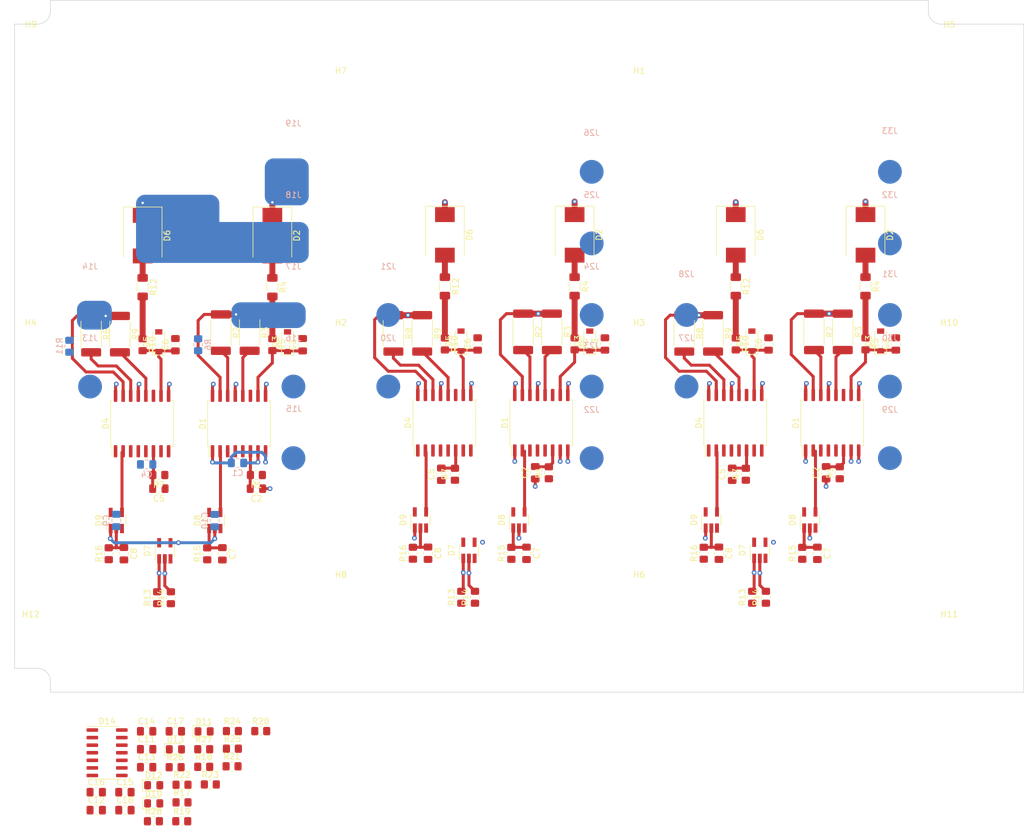
<source format=kicad_pcb>
(kicad_pcb (version 20211014) (generator pcbnew)
  (layers (0 "F.Cu" signal) (1 "In1.Cu" signal) (2 "In2.Cu" signal) (31 "B.Cu" signal) (34 "B.Paste" user) (35 "F.Paste" user) (36 "B.SilkS" user "B.Silkscreen") (37 "F.SilkS" user "F.Silkscreen") (38 "B.Mask" user) (39 "F.Mask" user) (44 "Edge.Cuts" user))
  (net 0 "")
  (net 1 "GND3")
  (net 2 "Net-(C2-Pad2)")
  (net 3 "+5VD")
  (net 4 "Net-(D1-Pad12)")
  (net 5 "Net-(D1-Pad14)")
  (net 6 "Net-(R4-Pad2)")
  (net 7 "EL1")
  (net 8 "GL1")
  (net 9 "NTC1_A")
  (net 10 "NTC1_B")
  (net 11 "GH1")
  (net 12 "OUT1")
  (net 13 "CH1")
  (net 14 "EL2")
  (net 15 "GL2")
  (net 16 "NTC2_A")
  (net 17 "NTC2_B")
  (net 18 "GH2")
  (net 19 "OUT2")
  (net 20 "CH2")
  (net 21 "EL3")
  (net 22 "GL3")
  (net 23 "NTC3_A")
  (net 24 "NTC3_B")
  (net 25 "GH3")
  (net 26 "OUT3")
  (net 27 "CH3")
  (net 28 "Net-(C3-Pad1)")
  (net 29 "PWM_H1")
  (net 30 "RDY_H1")
  (net 31 "FLT_H1")
  (net 32 "-8V_H1")
  (net 33 "+15V_H1")
  (net 34 "Net-(C5-Pad2)")
  (net 35 "RST_H1")
  (net 36 "Net-(C6-Pad1)")
  (net 37 "Net-(D2-Pad2)")
  (net 38 "PWM_L1")
  (net 39 "RDY_L1")
  (net 40 "FLT_L1")
  (net 41 "-8V_L1")
  (net 42 "Net-(D4-Pad12)")
  (net 43 "+15V_L1")
  (net 44 "Net-(D4-Pad14)")
  (net 45 "Net-(D6-Pad2)")
  (net 46 "RST_L1")
  (net 47 "Net-(R10-Pad1)")
  (net 48 "Net-(C7-Pad1)")
  (net 49 "Net-(R16-Pad2)")
  (net 50 "Net-(D8-Pad2)")
  (net 52 "/Indication_ADUM/~{FAULT_L}")
  (net 53 "/Indication_ADUM/READY_L")
  (net 54 "/Indication_ADUM/~{FAULT_H}")
  (net 55 "/Indication_ADUM/READY_H")
  (net 56 "Net-(C15-Pad1)")
  (net 57 "Net-(C16-Pad1)")
  (net 58 "Net-(C17-Pad1)")
  (net 59 "Net-(C18-Pad1)")
  (net 60 "PWM_Input_H1")
  (net 61 "PWM_Input_L1")
  (net 62 "Net-(D10-Pad2)")
  (net 63 "Net-(D11-Pad2)")
  (net 64 "Net-(D12-Pad2)")
  (net 65 "Net-(D13-Pad2)")
  (net 66 "/Indication_ADUM/FLT")
  (net 67 "/Indication_ADUM/RDY")
  (net 68 "/Indication_ADUM/FAULT")
  (footprint "Package_TO_SOT_SMD:SOT-23-5_HandSoldering" (layer "F.Cu") (at 185.1 127.174 90)
    (fp_text reference "D7")
    (fp_text value "SN74AHC1G32DBVR")
  )
  (footprint "Resistor_SMD:R_0805_2012Metric_Pad1.20x1.40mm_HandSolder" (layer "F.Cu") (at 87.076 163.538)
    (fp_text reference "R26")
    (fp_text value "120")
  )
  (footprint "Resistor_SMD:R_2512_6332Metric_Pad1.40x3.35mm_HandSolder" (layer "F.Cu") (at 199.009 90.551 -90)
    (fp_text reference "R3")
    (fp_text value "3.9")
  )
  (footprint "Resistor_SMD:R_0805_2012Metric_Pad1.20x1.40mm_HandSolder" (layer "F.Cu") (at 198.501 114.173 90)
    (fp_text reference "R1")
    (fp_text value "120")
  )
  (footprint "Diode_SMD:D_SOD-123" (layer "F.Cu") (at 205.359 92.075 90)
    (fp_text reference "D3")
    (fp_text value "BZT52C10-7-F")
  )
  (footprint "Resistor_SMD:R_2512_6332Metric_Pad1.40x3.35mm_HandSolder" (layer "F.Cu") (at 150.241 90.551 -90)
    (fp_text reference "R3")
    (fp_text value "3.9")
  )
  (footprint "Resistor_SMD:R_1206_3216Metric_Pad1.30x1.75mm_HandSolder" (layer "F.Cu") (at 202.819 82.931 -90)
    (fp_text reference "R4")
    (fp_text value "0")
  )
  (footprint "Capacitor_SMD:C_0805_2012Metric_Pad1.18x1.45mm_HandSolder" (layer "F.Cu") (at 78.656 167.728)
    (fp_text reference "C15")
    (fp_text value "56p")
  )
  (footprint "Diode_SMD:D_SMC" (layer "F.Cu") (at 132.303 74.295 -90)
    (fp_text reference "D6")
    (fp_text value "US3M-13")
  )
  (footprint "Package_SO:SOIC-16W_7.5x10.3mm_P1.27mm" (layer "F.Cu") (at 97.79 105.918 90)
    (fp_text reference "D1")
    (fp_text value "ADUM4135")
  )
  (footprint "Package_SO:SOIC-14_3.9x8.7mm_P1.27mm" (layer "F.Cu") (at 75.666 161.118)
    (fp_text reference "D14")
    (fp_text value "SN74AC08DR")
  )
  (footprint "LED_SMD:LED_0805_2012Metric_Pad1.15x1.40mm_HandSolder" (layer "F.Cu") (at 91.931 157.533)
    (fp_text reference "D11")
    (fp_text value "RDY")
  )
  (footprint "MountingHole:MountingHole_3.2mm_M3" (layer "F.Cu") (at 216.862 43.214)
    (fp_text reference "H5")
    (fp_text value "MountingHole")
  )
  (footprint "Resistor_SMD:R_0805_2012Metric_Pad1.20x1.40mm_HandSolder" (layer "F.Cu") (at 88.226 169.438)
    (fp_text reference "R17")
    (fp_text value "330")
  )
  (footprint "Resistor_SMD:R_1206_3216Metric_Pad1.30x1.75mm_HandSolder" (layer "F.Cu") (at 132.303 82.931 -90)
    (fp_text reference "R12")
    (fp_text value "0")
  )
  (footprint "Resistor_SMD:R_0805_2012Metric_Pad1.20x1.40mm_HandSolder" (layer "F.Cu") (at 91.866 160.528)
    (fp_text reference "R27")
    (fp_text value "120")
  )
  (footprint "Resistor_SMD:R_1206_3216Metric_Pad1.30x1.75mm_HandSolder" (layer "F.Cu") (at 181.071 82.931 -90)
    (fp_text reference "R12")
    (fp_text value "0")
  )
  (footprint "Resistor_SMD:R_0805_2012Metric_Pad1.20x1.40mm_HandSolder" (layer "F.Cu") (at 126.934 127.666 90)
    (fp_text reference "R16")
    (fp_text value "120")
  )
  (footprint "Capacitor_SMD:C_0805_2012Metric_Pad1.18x1.45mm_HandSolder" (layer "F.Cu") (at 82.296 160.528)
    (fp_text reference "C11")
    (fp_text value "56p")
  )
  (footprint "MountingHole:MountingHole_3.2mm_M3" (layer "F.Cu") (at 164.862 135.464)
    (fp_text reference "H6")
    (fp_text value "MountingHole")
  )
  (footprint "Capacitor_SMD:C_0805_2012Metric_Pad1.18x1.45mm_HandSolder" (layer "F.Cu") (at 84.344 116.84 180)
    (fp_text reference "C5")
    (fp_text value "56p")
  )
  (footprint "Capacitor_SMD:C_0805_2012Metric_Pad1.18x1.45mm_HandSolder" (layer "F.Cu") (at 131.699 114.427 90)
    (fp_text reference "C5")
    (fp_text value "56p")
  )
  (footprint "Capacitor_SMD:C_0805_2012Metric_Pad1.18x1.45mm_HandSolder" (layer "F.Cu") (at 147.447 114.173 90)
    (fp_text reference "C2")
    (fp_text value "56p")
  )
  (footprint "LED_SMD:LED_0805_2012Metric_Pad1.15x1.40mm_HandSolder" (layer "F.Cu") (at 83.481 166.563)
    (fp_text reference "D12")
    (fp_text value "FLT")
  )
  (footprint "MountingHole:MountingHole_3.2mm_M3" (layer "F.Cu") (at 164.862 50.964)
    (fp_text reference "H1")
    (fp_text value "MountingHole")
  )
  (footprint "Resistor_SMD:R_0805_2012Metric_Pad1.20x1.40mm_HandSolder" (layer "F.Cu") (at 175.702 127.666 90)
    (fp_text reference "R16")
    (fp_text value "120")
  )
  (footprint "Resistor_SMD:R_1206_3216Metric_Pad1.30x1.75mm_HandSolder" (layer "F.Cu") (at 81.63 83.058 -90)
    (fp_text reference "R12")
    (fp_text value "0")
  )
  (footprint "Diode_SMD:D_SMC" (layer "F.Cu") (at 103.378 74.422 -90)
    (fp_text reference "D2")
    (fp_text value "US3M-13")
  )
  (footprint "Capacitor_SMD:C_0805_2012Metric_Pad1.18x1.45mm_HandSolder" (layer "F.Cu") (at 87.122 92.71 90)
    (fp_text reference "C6")
    (fp_text value "220p")
  )
  (footprint "Capacitor_SMD:C_0805_2012Metric_Pad1.18x1.45mm_HandSolder" (layer "F.Cu") (at 73.846 167.728)
    (fp_text reference "C16")
    (fp_text value "56p")
  )
  (footprint "Resistor_SMD:R_0805_2012Metric_Pad1.20x1.40mm_HandSolder" (layer "F.Cu") (at 183.83 135.048 90)
    (fp_text reference "R13")
    (fp_text value "10k")
  )
  (footprint "Resistor_SMD:R_0805_2012Metric_Pad1.20x1.40mm_HandSolder" (layer "F.Cu") (at 135.062 135.048 90)
    (fp_text reference "R13")
    (fp_text value "10k")
  )
  (footprint "Diode_SMD:D_SOD-123" (layer "F.Cu") (at 183.769 92.075 90)
    (fp_text reference "D5")
    (fp_text value "BZT52C10-7-F")
  )
  (footprint "Resistor_SMD:R_0805_2012Metric_Pad1.20x1.40mm_HandSolder" (layer "F.Cu") (at 84.074 135.128 90)
    (fp_text reference "R13")
    (fp_text value "10k")
  )
  (footprint "Resistor_SMD:R_0805_2012Metric_Pad1.20x1.40mm_HandSolder" (layer "F.Cu") (at 88.186 172.598)
    (fp_text reference "R19")
    (fp_text value "10k")
  )
  (footprint "MountingHole:MountingHole_3.2mm_M3" (layer "F.Cu") (at 114.862 93.214)
    (fp_text reference "H2")
    (fp_text value "MountingHole")
  )
  (footprint "Package_TO_SOT_SMD:SOT-23-5_HandSoldering" (layer "F.Cu") (at 77.216 122.174 90)
    (fp_text reference "D9")
    (fp_text value "SN74AHC1G86DBVR")
  )
  (footprint "Diode_SMD:D_SMC" (layer "F.Cu") (at 154.051 74.295 -90)
    (fp_text reference "D2")
    (fp_text value "US3M-13")
  )
  (footprint "Capacitor_SMD:C_0805_2012Metric_Pad1.18x1.45mm_HandSolder" (layer "F.Cu") (at 94.996 127.762 -90)
    (fp_text reference "C7")
    (fp_text value "56p")
  )
  (footprint "Resistor_SMD:R_1206_3216Metric_Pad1.30x1.75mm_HandSolder" (layer "F.Cu") (at 154.051 82.931 -90)
    (fp_text reference "R4")
    (fp_text value "0")
  )
  (footprint "Resistor_SMD:R_2512_6332Metric_Pad1.40x3.35mm_HandSolder" (layer "F.Cu") (at 94.742 90.678 -90)
    (fp_text reference "R2")
    (fp_text value "3.9")
  )
  (footprint "MountingHole:MountingHole_3.2mm_M3" (layer "F.Cu") (at 216.862 93.214)
    (fp_text reference "H10")
    (fp_text value "MountingHole")
  )
  (footprint "Resistor_SMD:R_0805_2012Metric_Pad1.20x1.40mm_HandSolder" (layer "F.Cu") (at 100.70025 114.554 180)
    (fp_text reference "R1")
    (fp_text value "120")
  )
  (footprint "Package_SO:SOIC-16W_7.5x10.3mm_P1.27mm" (layer "F.Cu") (at 81.534 105.918 90)
    (fp_text reference "D4")
    (fp_text value "ADUM4135")
  )
  (footprint "Diode_SMD:D_SOD-123" (layer "F.Cu") (at 156.591 92.075 90)
    (fp_text reference "D3")
    (fp_text value "BZT52C10-7-F")
  )
  (footprint "Resistor_SMD:R_1206_3216Metric_Pad1.30x1.75mm_HandSolder" (layer "F.Cu") (at 103.378 83.058 -90)
    (fp_text reference "R4")
    (fp_text value "0")
  )
  (footprint "Resistor_SMD:R_2512_6332Metric_Pad1.40x3.35mm_HandSolder" (layer "F.Cu") (at 145.415 90.551 -90)
    (fp_text reference "R2")
    (fp_text value "3.9")
  )
  (footprint "Resistor_SMD:R_0805_2012Metric_Pad1.20x1.40mm_HandSolder" (layer "F.Cu") (at 182.753 114.427 90)
    (fp_text reference "R7")
    (fp_text value "120")
  )
  (footprint "MountingHole:MountingHole_4.3mm_M4" (layer "F.Cu") (at 216.862 143.214)
    (fp_text reference "H11")
    (fp_text value "MountingHole")
  )
  (footprint "Diode_SMD:D_SOD-123" (layer "F.Cu") (at 105.918 92.202 90)
    (fp_text reference "D3")
    (fp_text value "BZT52C10-7-F")
  )
  (footprint "Capacitor_SMD:C_0805_2012Metric_Pad1.18x1.45mm_HandSolder" (layer "F.Cu") (at 73.846 170.738)
    (fp_text reference "C12")
    (fp_text value "56p")
  )
  (footprint "Capacitor_SMD:C_0805_2012Metric_Pad1.18x1.45mm_HandSolder" (layer "F.Cu") (at 196.215 114.173 90)
    (fp_text reference "C2")
    (fp_text value "56p")
  )
  (footprint "Package_SO:SOIC-16W_7.5x10.3mm_P1.27mm" (layer "F.Cu") (at 132.207 105.791 90)
    (fp_text reference "D4")
    (fp_text value "ADUM4135")
  )
  (footprint "Resistor_SMD:R_0805_2012Metric_Pad1.20x1.40mm_HandSolder" (layer "F.Cu") (at 154.051 92.567 -90)
    (fp_text reference "R5")
    (fp_text value "1.1k")
  )
  (footprint "Resistor_SMD:R_0805_2012Metric_Pad1.20x1.40mm_HandSolder" (layer "F.Cu") (at 92.976 166.428)
    (fp_text reference "R23")
    (fp_text value "330")
  )
  (footprint "MountingHole:MountingHole_3.2mm_M3" (layer "F.Cu") (at 62.862 93.214)
    (fp_text reference "H4")
    (fp_text value "MountingHole")
  )
  (footprint "Resistor_SMD:R_0805_2012Metric_Pad1.20x1.40mm_HandSolder" (layer "F.Cu") (at 181.071 92.583 -90)
    (fp_text reference "R10")
    (fp_text value "1.1k")
  )
  (footprint "Resistor_SMD:R_0805_2012Metric_Pad1.20x1.40mm_HandSolder" (layer "F.Cu") (at 96.616 163.388)
    (fp_text reference "R21")
    (fp_text value "10k")
  )
  (footprint "MountingHole:MountingHole_3.2mm_M3" (layer "F.Cu") (at 114.862 135.464)
    (fp_text reference "H8")
    (fp_text value "MountingHole")
  )
  (footprint "Capacitor_SMD:C_0805_2012Metric_Pad1.18x1.45mm_HandSolder" (layer "F.Cu") (at 78.486 127.746 -90)
    (fp_text reference "C8")
    (fp_text value "56p")
  )
  (footprint "LED_SMD:LED_0805_2012Metric_Pad1.15x1.40mm_HandSolder" (layer "F.Cu") (at 87.121 160.543)
    (fp_text reference "D13")
    (fp_text value "RDY")
  )
  (footprint "Capacitor_SMD:C_0805_2012Metric_Pad1.18x1.45mm_HandSolder" (layer "F.Cu") (at 180.467 114.427 90)
    (fp_text reference "C5")
    (fp_text value "56p")
  )
  (footprint "Diode_SMD:D_SOD-123" (layer "F.Cu") (at 84.328 92.202 90)
    (fp_text reference "D5")
    (fp_text value "BZT52C10-7-F")
  )
  (footprint "Package_TO_SOT_SMD:SOT-23-5_HandSoldering" (layer "F.Cu") (at 176.972 122.094 90)
    (fp_text reference "D9")
    (fp_text value "SN74AHC1G86DBVR")
  )
  (footprint "Resistor_SMD:R_2512_6332Metric_Pad1.40x3.35mm_HandSolder" (layer "F.Cu") (at 172.435 90.805 -90)
    (fp_text reference "R8")
    (fp_text value "3.9")
  )
  (footprint "Resistor_SMD:R_0805_2012Metric_Pad1.20x1.40mm_HandSolder" (layer "F.Cu") (at 133.985 114.427 90)
    (fp_text reference "R7")
    (fp_text value "120")
  )
  (footprint "Resistor_SMD:R_2512_6332Metric_Pad1.40x3.35mm_HandSolder" (layer "F.Cu") (at 128.493 90.805 -90)
    (fp_text reference "R9")
    (fp_text value "3.9")
  )
  (footprint "Capacitor_SMD:C_0805_2012Metric_Pad1.18x1.45mm_HandSolder" (layer "F.Cu") (at 137.795 92.583 90)
    (fp_text reference "C6")
    (fp_text value "220p")
  )
  (footprint "MountingHole:MountingHole_3.2mm_M3" (layer "F.Cu") (at 114.862 50.964)
    (fp_text reference "H7")
    (fp_text value "MountingHole")
  )
  (footprint "Resistor_SMD:R_0805_2012Metric_Pad1.20x1.40mm_HandSolder" (layer "F.Cu") (at 96.676 160.438)
    (fp_text reference "R25")
    (fp_text value "120")
  )
  (footprint "Diode_SMD:D_SMC" (layer "F.Cu") (at 181.071 74.295 -90)
    (fp_text reference "D6")
    (fp_text value "US3M-13")
  )
  (footprint "Resistor_SMD:R_2512_6332Metric_Pad1.40x3.35mm_HandSolder" (layer "F.Cu") (at 123.667 90.805 -90)
    (fp_text reference "R8")
    (fp_text value "3.9")
  )
  (footprint "Resistor_SMD:R_0805_2012Metric_Pad1.20x1.40mm_HandSolder" (layer "F.Cu") (at 84.344 114.554 180)
    (fp_text reference "R7")
    (fp_text value "120")
  )
  (footprint "Resistor_SMD:R_0805_2012Metric_Pad1.20x1.40mm_HandSolder" (layer "F.Cu") (at 137.348 135.048 90)
    (fp_text reference "R14")
    (fp_text value "10k")
  )
  (footprint "Diode_SMD:D_SMC" (layer "F.Cu") (at 202.819 74.295 -90)
    (fp_text reference "D2")
    (fp_text value "US3M-13")
  )
  (footprint "Package_SO:SOIC-16W_7.5x10.3mm_P1.27mm" (layer "F.Cu") (at 148.463 105.791 90)
    (fp_text reference "D1")
    (fp_text value "ADUM4135")
  )
  (footprint "Resistor_SMD:R_2512_6332Metric_Pad1.40x3.35mm_HandSolder" (layer "F.Cu") (at 194.183 90.551 -90)
    (fp_text reference "R2")
    (fp_text value "3.9")
  )
  (footprint "Resistor_SMD:R_0805_2012Metric_Pad1.20x1.40mm_HandSolder" (layer "F.Cu") (at 86.36 135.128 90)
    (fp_text reference "R14")
    (fp_text value "10k")
  )
  (footprint "Package_TO_SOT_SMD:SOT-23-5_HandSoldering" (layer "F.Cu") (at 128.204 122.094 90)
    (fp_text reference "D9")
    (fp_text value "SN74AHC1G86DBVR")
  )
  (footprint "Package_TO_SOT_SMD:SOT-23-5_HandSoldering" (layer "F.Cu") (at 193.482 122.094 90)
    (fp_text reference "D8")
    (fp_text value "SN74AHC1G86DBVR")
  )
  (footprint "Package_TO_SOT_SMD:SOT-23-5_HandSoldering" (layer "F.Cu") (at 136.332 127.174 90)
    (fp_text reference "D7")
    (fp_text value "SN74AHC1G32DBVR")
  )
  (footprint "Capacitor_SMD:C_0805_2012Metric_Pad1.18x1.45mm_HandSolder" (layer "F.Cu") (at 186.563 92.583 90)
    (fp_text reference "C6")
    (fp_text value "220p")
  )
  (footprint "Capacitor_SMD:C_0805_2012Metric_Pad1.18x1.45mm_HandSolder" (layer "F.Cu") (at 178.242 127.666 -90)
    (fp_text reference "C8")
    (fp_text value "56p")
  )
  (footprint "Resistor_SMD:R_0805_2012Metric_Pad1.20x1.40mm_HandSolder" (layer "F.Cu") (at 132.303 92.583 -90)
    (fp_text reference "R10")
    (fp_text value "1.1k")
  )
  (footprint "Capacitor_SMD:C_0805_2012Metric_Pad1.18x1.45mm_HandSolder" (layer "F.Cu") (at 145.984 127.682 -90)
    (fp_text reference "C7")
    (fp_text value "56p")
  )
  (footprint "Diode_SMD:D_SMC" (layer "F.Cu") (at 81.63 74.422 -90)
    (fp_text reference "D6")
    (fp_text value "US3M-13")
  )
  (footprint "Capacitor_SMD:C_0805_2012Metric_Pad1.18x1.45mm_HandSolder" (layer "F.Cu") (at 129.474 127.666 -90)
    (fp_text reference "C8")
    (fp_text value "56p")
  )
  (footprint "Resistor_SMD:R_0805_2012Metric_Pad1.20x1.40mm_HandSolder" (layer "F.Cu") (at 202.819 92.567 -90)
    (fp_text reference "R5")
    (fp_text value "1.1k")
  )
  (footprint "Resistor_SMD:R_0805_2012Metric_Pad1.20x1.40mm_HandSolder" (layer "F.Cu") (at 192.212 127.682 90)
    (fp_text reference "R15")
    (fp_text value "120")
  )
  (footprint "Resistor_SMD:R_0805_2012Metric_Pad1.20x1.40mm_HandSolder" (layer "F.Cu") (at 143.444 127.682 90)
    (fp_text reference "R15")
    (fp_text value "120")
  )
  (footprint "Resistor_SMD:R_0805_2012Metric_Pad1.20x1.40mm_HandSolder" (layer "F.Cu") (at 96.676 157.488)
    (fp_text reference "R24")
    (fp_text value "120")
  )
  (footprint "Resistor_SMD:R_2512_6332Metric_Pad1.40x3.35mm_HandSolder" (layer "F.Cu") (at 72.994 90.932 -90)
    (fp_text reference "R8")
    (fp_text value "3.9")
  )
  (footprint "MountingHole:MountingHole_4.3mm_M4" (layer "F.Cu") (at 62.862 143.214)
    (fp_text reference "H12")
    (fp_text value "MountingHole")
  )
  (footprint "Capacitor_SMD:C_0805_2012Metric_Pad1.18x1.45mm_HandSolder" (layer "F.Cu") (at 108.458 92.71 90)
    (fp_text reference "C3")
    (fp_text value "220p")
  )
  (footprint "Resistor_SMD:R_2512_6332Metric_Pad1.40x3.35mm_HandSolder" (layer "F.Cu") (at 99.568 90.678 -90)
    (fp_text reference "R3")
    (fp_text value "3.9")
  )
  (footprint "Capacitor_SMD:C_0805_2012Metric_Pad1.18x1.45mm_HandSolder" (layer "F.Cu") (at 82.296 163.538)
    (fp_text reference "C13")
    (fp_text value "56p")
  )
  (footprint "Capacitor_SMD:C_0805_2012Metric_Pad1.18x1.45mm_HandSolder" (layer "F.Cu") (at 78.656 170.738)
    (fp_text reference "C18")
    (fp_text value "56p")
  )
  (footprint "Package_TO_SOT_SMD:SOT-23-5_HandSoldering" (layer "F.Cu") (at 93.726 122.174 90)
    (fp_text reference "D8")
    (fp_text value "SN74AHC1G86DBVR")
  )
  (footprint "LED_SMD:LED_0805_2012Metric_Pad1.15x1.40mm_HandSolder" (layer "F.Cu") (at 83.481 169.603)
    (fp_text reference "D10")
    (fp_text value "FLT")
  )
  (footprint "Package_SO:SOIC-16W_7.5x10.3mm_P1.27mm" (layer "F.Cu") (at 180.975 105.791 90)
    (fp_text reference "D4")
    (fp_text value "ADUM4135")
  )
  (footprint "MountingHole:MountingHole_3.2mm_M3" (layer "F.Cu") (at 62.862 43.214)
    (fp_text reference "H9")
    (fp_text value "MountingHole")
  )
  (footprint "Resistor_SMD:R_0805_2012Metric_Pad1.20x1.40mm_HandSolder" (layer "F.Cu") (at 186.116 135.048 90)
    (fp_text reference "R14")
    (fp_text value "10k")
  )
  (footprint "Resistor_SMD:R_2512_6332Metric_Pad1.40x3.35mm_HandSolder" (layer "F.Cu") (at 177.261 90.805 -90)
    (fp_text reference "R9")
    (fp_text value "3.9")
  )
  (footprint "MountingHole:MountingHole_3.2mm_M3" (layer "F.Cu") (at 164.862 93.214)
    (fp_text reference "H3")
    (fp_text value "MountingHole")
  )
  (footprint "Resistor_SMD:R_0805_2012Metric_Pad1.20x1.40mm_HandSolder" (layer "F.Cu") (at 75.946 127.746 90)
    (fp_text reference "R16")
    (fp_text value "120")
  )
  (footprint "Resistor_SMD:R_0805_2012Metric_Pad1.20x1.40mm_HandSolder" (layer "F.Cu") (at 92.456 127.762 90)
    (fp_text reference "R15")
    (fp_text value "120")
  )
  (footprint "Capacitor_SMD:C_0805_2012Metric_Pad1.18x1.45mm_HandSolder" (layer "F.Cu") (at 100.70025 116.84 180)
    (fp_text reference "C2")
    (fp_text value "56p")
  )
  (footprint "Resistor_SMD:R_0805_2012Metric_Pad1.20x1.40mm_HandSolder" (layer "F.Cu") (at 149.733 114.173 90)
    (fp_text reference "R1")
    (fp_text value "120")
  )
  (footprint "Capacitor_SMD:C_0805_2012Metric_Pad1.18x1.45mm_HandSolder" (layer "F.Cu") (at 207.899 92.583 90)
    (fp_text reference "C3")
    (fp_text value "220p")
  )
  (footprint "Package_TO_SOT_SMD:SOT-23-5_HandSoldering" (layer "F.Cu") (at 85.344 127.254 90)
    (fp_text reference "D7")
    (fp_text value "SN74AHC1G32DBVR")
  )
  (footprint "Capacitor_SMD:C_0805_2012Metric_Pad1.18x1.45mm_HandSolder" (layer "F.Cu") (at 87.106 157.518)
    (fp_text reference "C17")
    (fp_text value "56p")
  )
  (footprint "Package_SO:SOIC-16W_7.5x10.3mm_P1.27mm" (layer "F.Cu") (at 197.231 105.791 90)
    (fp_text reference "D1")
    (fp_text value "ADUM4135")
  )
  (footprint "Resistor_SMD:R_0805_2012Metric_Pad1.20x1.40mm_HandSolder" (layer "F.Cu") (at 81.63 92.71 -90)
    (fp_text reference "R10")
    (fp_text value "1.1k")
  )
  (footprint "Resistor_SMD:R_0805_2012Metric_Pad1.20x1.40mm_HandSolder" (layer "F.Cu") (at 103.378 92.694 -90)
    (fp_text reference "R5")
    (fp_text value "1.1k")
  )
  (footprint "Capacitor_SMD:C_0805_2012Metric_Pad1.18x1.45mm_HandSolder" (layer "F.Cu") (at 159.131 92.583 90)
    (fp_text reference "C3")
    (fp_text value "220p")
  )
  (footprint "Resistor_SMD:R_0805_2012Metric_Pad1.20x1.40mm_HandSolder" (layer "F.Cu") (at 91.866 163.478)
    (fp_text reference "R18")
    (fp_text value "330")
  )
  (footprint "Package_TO_SOT_SMD:SOT-23-5_HandSoldering" (layer "F.Cu") (at 144.714 122.094 90)
    (fp_text reference "D8")
    (fp_text value "SN74AHC1G86DBVR")
  )
  (footprint "Resistor_SMD:R_2512_6332Metric_Pad1.40x3.35mm_HandSolder" (layer "F.Cu") (at 77.82 90.932 -90)
    (fp_text reference "R9")
    (fp_text value "3.9")
  )
  (footprint "Resistor_SMD:R_0805_2012Metric_Pad1.20x1.40mm_HandSolder" (layer "F.Cu") (at 88.226 166.488)
    (fp_text reference "R22")
    (fp_text value "330")
  )
  (footprint "Capacitor_SMD:C_0805_2012Metric_Pad1.18x1.45mm_HandSolder" (layer "F.Cu") (at 194.752 127.682 -90)
    (fp_text reference "C7")
    (fp_text value "56p")
  )
  (footprint "Capacitor_SMD:C_0805_2012Metric_Pad1.18x1.45mm_HandSolder" (layer "F.Cu") (at 82.296 157.518)
    (fp_text reference "C14")
    (fp_text value "56p")
  )
  (footprint "Resistor_SMD:R_0805_2012Metric_Pad1.20x1.40mm_HandSolder" (layer "F.Cu") (at 101.426 157.488)
    (fp_text reference "R20")
    (fp_text value "120")
  )
  (footprint "Diode_SMD:D_SOD-123" (layer "F.Cu") (at 135.001 92.075 90)
    (fp_text reference "D5")
    (fp_text value "BZT52C10-7-F")
  )
  (footprint "Resistor_SMD:R_0805_2012Metric_Pad1.20x1.40mm_HandSolder" (layer "F.Cu") (at 83.436 172.598)
    (fp_text reference "R28")
    (fp_text value "120")
  )
  (footprint "SKiM459GD12E4 V2_smd:SKiM459GD12E4 V2_SMD_Pin" (layer "B.Cu") (at 172.812 96.674 180)
    (fp_text reference "J27")
    (fp_text value "EL3")
  )
  (footprint "SKiM459GD12E4 V2_smd:SKiM459GD12E4 V2_SMD_Pin" (layer "B.Cu") (at 156.912 96.674 180)
    (fp_text reference "J23")
    (fp_text value "NTC2_B")
  )
  (footprint "Capacitor_SMD:C_0805_2012Metric_Pad1.18x1.45mm_HandSolder" (layer "B.Cu") (at 97.536 112.522)
    (fp_text reference "C1")
    (fp_text value "0.1u")
  )
  (footprint "SKiM459GD12E4 V2_smd:SKiM459GD12E4 V2_SMD_Pin" (layer "B.Cu") (at 156.912 60.674 180)
    (fp_text reference "J26")
    (fp_text value "CH2")
  )
  (footprint "Capacitor_SMD:C_0805_2012Metric_Pad1.18x1.45mm_HandSolder" (layer "B.Cu") (at 77.216 122.174 -90)
    (fp_text reference "C9")
    (fp_text value "2.2u")
  )
  (footprint "SKiM459GD12E4 V2_smd:SKiM459GD12E4 V2_SMD_Pin" (layer "B.Cu") (at 106.912 60.674 180)
    (fp_text reference "J19")
    (fp_text value "CH1")
  )
  (footprint "SKiM459GD12E4 V2_smd:SKiM459GD12E4 V2_SMD_Pin" (layer "B.Cu") (at 106.912 84.674 180)
    (fp_text reference "J17")
    (fp_text value "GH1")
  )
  (footprint "Capacitor_SMD:C_0805_2012Metric_Pad1.18x1.45mm_HandSolder" (layer "B.Cu") (at 93.726 122.1955 -90)
    (fp_text reference "C10")
    (fp_text value "2.2u")
  )
  (footprint "SKiM459GD12E4 V2_smd:SKiM459GD12E4 V2_SMD_Pin" (layer "B.Cu") (at 156.912 72.674 180)
    (fp_text reference "J25")
    (fp_text value "OUT2")
  )
  (footprint "SKiM459GD12E4 V2_smd:SKiM459GD12E4 V2_SMD_Pin" (layer "B.Cu") (at 206.912 60.674 180)
    (fp_text reference "J33")
    (fp_text value "CH3")
  )
  (footprint "SKiM459GD12E4 V2_smd:SKiM459GD12E4 V2_SMD_Pin" (layer "B.Cu") (at 172.812 84.674 180)
    (fp_text reference "J28")
    (fp_text value "GL3")
  )
  (footprint "SKiM459GD12E4 V2_smd:SKiM459GD12E4 V2_SMD_Pin" (layer "B.Cu") (at 122.812 84.674 180)
    (fp_text reference "J21")
    (fp_text value "GL2")
  )
  (footprint "SKiM459GD12E4 V2_smd:SKiM459GD12E4 V2_SMD_Pin" (layer "B.Cu") (at 106.912 72.674 180)
    (fp_text reference "J18")
    (fp_text value "OUT1")
  )
  (footprint "Capacitor_SMD:C_0805_2012Metric_Pad1.18x1.45mm_HandSolder" (layer "B.Cu") (at 82.296 112.776)
    (fp_text reference "C4")
    (fp_text value "0.1u")
  )
  (footprint "SKiM459GD12E4 V2_smd:SKiM459GD12E4 V2_SMD_Pin" (layer "B.Cu") (at 206.912 96.674 180)
    (fp_text reference "J30")
    (fp_text value "NTC3_B")
  )
  (footprint "Resistor_SMD:R_0805_2012Metric_Pad1.20x1.40mm_HandSolder" (layer "B.Cu") (at 90.932 92.71 90)
    (fp_text reference "R6")
    (fp_text value "2.2k")
  )
  (footprint "SKiM459GD12E4 V2_smd:SKiM459GD12E4 V2_SMD_Pin" (layer "B.Cu") (at 156.912 108.674 180)
    (fp_text reference "J22")
    (fp_text value "NTC2_A")
  )
  (footprint "SKiM459GD12E4 V2_smd:SKiM459GD12E4 V2_SMD_Pin" (layer "B.Cu") (at 156.912 84.674 180)
    (fp_text reference "J24")
    (fp_text value "GH2")
  )
  (footprint "SKiM459GD12E4 V2_smd:SKiM459GD12E4 V2_SMD_Pin" (layer "B.Cu") (at 72.812 96.674 180)
    (fp_text reference "J13")
    (fp_text value "EL1")
  )
  (footprint "SKiM459GD12E4 V2_smd:SKiM459GD12E4 V2_SMD_Pin" (layer "B.Cu") (at 72.812 84.674 180)
    (fp_text reference "J14")
    (fp_text value "GL1")
  )
  (footprint "SKiM459GD12E4 V2_smd:SKiM459GD12E4 V2_SMD_Pin" (layer "B.Cu") (at 206.912 72.674 180)
    (fp_text reference "J32")
    (fp_text value "OUT3")
  )
  (footprint "SKiM459GD12E4 V2_smd:SKiM459GD12E4 V2_SMD_Pin" (layer "B.Cu") (at 122.812 96.674 180)
    (fp_text reference "J20")
    (fp_text value "EL2")
  )
  (footprint "SKiM459GD12E4 V2_smd:SKiM459GD12E4 V2_SMD_Pin" (layer "B.Cu") (at 206.912 84.674 180)
    (fp_text reference "J31")
    (fp_text value "GH3")
  )
  (footprint "SKiM459GD12E4 V2_smd:SKiM459GD12E4 V2_SMD_Pin" (layer "B.Cu") (at 106.912 96.674 180)
    (fp_text reference "J16")
    (fp_text value "NTC1_B")
  )
  (footprint "SKiM459GD12E4 V2_smd:SKiM459GD12E4 V2_SMD_Pin" (layer "B.Cu") (at 206.912 108.674 180)
    (fp_text reference "J29")
    (fp_text value "NTC3_A")
  )
  (footprint "Resistor_SMD:R_0805_2012Metric_Pad1.20x1.40mm_HandSolder" (layer "B.Cu") (at 69.342 92.964 -90)
    (fp_text reference "R11")
    (fp_text value "2.2k")
  )
  (footprint "SKiM459GD12E4 V2_smd:SKiM459GD12E4 V2_SMD_Pin" (layer "B.Cu") (at 106.912 108.674 180)
    (fp_text reference "J15")
    (fp_text value "NTC1_A")
  )
  (gr_line (start 60.162 38.964) (end 60.162 146.964) (layer "Edge.Cuts") (width 0.1))
  (gr_line (start 229.362 38.964) (end 215.516 38.964) (layer "Edge.Cuts") (width 0.1))
  (gr_arc (start 66.162 36.81) (mid 65.531108 38.333108) (end 64.008 38.964) (layer "Edge.Cuts") (width 0.1))
  (gr_line (start 60.162 38.964) (end 64.008 38.964) (layer "Edge.Cuts") (width 0.1))
  (gr_line (start 66.162 150.964) (end 229.362 150.964) (layer "Edge.Cuts") (width 0.1))
  (gr_line (start 213.362 34.964) (end 66.162 34.964) (layer "Edge.Cuts") (width 0.1))
  (gr_arc (start 64.008 146.964) (mid 65.531108 147.594892) (end 66.162 149.118) (layer "Edge.Cuts") (width 0.1))
  (gr_line (start 60.162 146.964) (end 64.008 146.964) (layer "Edge.Cuts") (width 0.1))
  (gr_line (start 213.362 34.964) (end 213.362 36.81) (layer "Edge.Cuts") (width 0.1))
  (gr_line (start 66.162 149.118) (end 66.162 150.964) (layer "Edge.Cuts") (width 0.1))
  (gr_arc (start 215.516 38.964) (mid 213.992892 38.333108) (end 213.362 36.81) (layer "Edge.Cuts") (width 0.1))
  (gr_line (start 66.162 34.964) (end 66.162 36.81) (layer "Edge.Cuts") (width 0.1))
  (gr_line (start 229.362 150.964) (end 229.362 38.964) (layer "Edge.Cuts") (width 0.1))
  (segment (start 152.908 110.441) (end 152.908 112.268) (width 0.5) (layer "F.Cu") (net 1))
  (segment (start 196.215 115.2105) (end 196.215 116.459) (width 0.5) (layer "F.Cu") (net 1))
  (segment (start 144.018 110.441) (end 144.018 112.268) (width 0.5) (layer "F.Cu") (net 1))
  (segment (start 147.447 115.2105) (end 147.447 116.459) (width 0.5) (layer "F.Cu") (net 1))
  (segment (start 93.345 110.568) (end 93.345 112.395) (width 0.5) (layer "F.Cu") (net 1))
  (segment (start 101.73775 116.84) (end 102.98625 116.84) (width 0.5) (layer "F.Cu") (net 1))
  (segment (start 102.235 110.568) (end 102.235 112.395) (width 0.5) (layer "F.Cu") (net 1))
  (segment (start 201.676 110.441) (end 201.676 112.268) (width 0.5) (layer "F.Cu") (net 1))
  (segment (start 192.786 110.441) (end 192.786 112.268) (width 0.5) (layer "F.Cu") (net 1))
  (via (at 147.447 116.459) (size 0.8) (drill 0.4) (layers "F.Cu" "B.Cu") (net 1))
  (via (at 102.98625 116.84) (size 0.8) (drill 0.4) (layers "F.Cu" "B.Cu") (net 1))
  (via (at 196.215 116.459) (size 0.8) (drill 0.4) (layers "F.Cu" "B.Cu") (net 1))
  (via (at 201.676 112.268) (size 0.8) (drill 0.4) (layers "F.Cu" "B.Cu") (net 1))
  (via (at 152.908 112.268) (size 0.8) (drill 0.4) (layers "F.Cu" "B.Cu") (net 1))
  (via (at 93.345 112.395) (size 0.8) (drill 0.4) (layers "F.Cu" "B.Cu") (net 1))
  (via (at 144.018 112.268) (size 0.8) (drill 0.4) (layers "F.Cu" "B.Cu") (net 1))
  (via (at 102.235 112.395) (size 0.8) (drill 0.4) (layers "F.Cu" "B.Cu") (net 1))
  (via (at 192.786 112.268) (size 0.8) (drill 0.4) (layers "F.Cu" "B.Cu") (net 1))
  (segment (start 96.4985 112.522) (end 96.4985 111.5275) (width 0.5) (layer "B.Cu") (net 1))
  (segment (start 93.472 112.522) (end 93.345 112.395) (width 0.5) (layer "B.Cu") (net 1))
  (segment (start 96.4985 111.5275) (end 97.282 110.744) (width 0.5) (layer "B.Cu") (net 1))
  (segment (start 96.4985 112.522) (end 93.472 112.522) (width 0.5) (layer "B.Cu") (net 1))
  (segment (start 101.6 110.744) (end 102.235 111.379) (width 0.5) (layer "B.Cu") (net 1))
  (segment (start 102.235 111.379) (end 102.235 112.395) (width 0.5) (layer "B.Cu") (net 1))
  (segment (start 97.282 110.744) (end 101.6 110.744) (width 0.5) (layer "B.Cu") (net 1))
  (segment (start 150.368 112.538) (end 149.733 113.173) (width 0.5) (layer "F.Cu") (net 2))
  (segment (start 99.695 110.568) (end 99.695 114.54875) (width 0.5) (layer "F.Cu") (net 2))
  (segment (start 199.136 112.538) (end 198.501 113.173) (width 0.5) (layer "F.Cu") (net 2))
  (segment (start 196.2525 113.173) (end 196.215 113.1355) (width 0.5) (layer "F.Cu") (net 2))
  (segment (start 147.4845 113.173) (end 147.447 113.1355) (width 0.5) (layer "F.Cu") (net 2))
  (segment (start 99.66275 116.84) (end 99.66275 114.5915) (width 0.5) (layer "F.Cu") (net 2))
  (segment (start 198.501 113.173) (end 196.2525 113.173) (width 0.5) (layer "F.Cu") (net 2))
  (segment (start 149.733 113.173) (end 147.4845 113.173) (width 0.5) (layer "F.Cu") (net 2))
  (segment (start 99.66275 114.5915) (end 99.70025 114.554) (width 0.5) (layer "F.Cu") (net 2))
  (segment (start 99.695 114.54875) (end 99.70025 114.554) (width 0.5) (layer "F.Cu") (net 2))
  (segment (start 199.136 110.441) (end 199.136 112.538) (width 0.5) (layer "F.Cu") (net 2))
  (segment (start 150.368 110.441) (end 150.368 112.538) (width 0.5) (layer "F.Cu") (net 2))
  (segment (start 200.406 110.441) (end 200.406 112.268) (width 0.5) (layer "F.Cu") (net 3))
  (segment (start 151.638 110.441) (end 151.638 112.268) (width 0.5) (layer "F.Cu") (net 3))
  (segment (start 100.965 110.568) (end 100.965 112.395) (width 0.5) (layer "F.Cu") (net 3))
  (via (at 100.965 112.395) (size 0.8) (drill 0.4) (layers "F.Cu" "B.Cu") (net 3))
  (via (at 151.638 112.268) (size 0.8) (drill 0.4) (layers "F.Cu" "B.Cu") (net 3))
  (via (at 200.406 112.268) (size 0.8) (drill 0.4) (layers "F.Cu" "B.Cu") (net 3))
  (segment (start 100.838 112.522) (end 100.965 112.395) (width 0.5) (layer "B.Cu") (net 3))
  (segment (start 98.5735 112.522) (end 100.838 112.522) (width 0.5) (layer "B.Cu") (net 3))
  (segment (start 197.866 101.141) (end 197.866 94.744) (width 0.5) (layer "F.Cu") (net 4))
  (segment (start 98.425 94.871) (end 99.568 93.728) (width 0.5) (layer "F.Cu") (net 4))
  (segment (start 149.098 101.141) (end 149.098 94.744) (width 0.5) (layer "F.Cu") (net 4))
  (segment (start 98.425 101.268) (end 98.425 94.871) (width 0.5) (layer "F.Cu") (net 4))
  (segment (start 149.098 94.744) (end 150.241 93.601) (width 0.5) (layer "F.Cu") (net 4))
  (segment (start 197.866 94.744) (end 199.009 93.601) (width 0.5) (layer "F.Cu") (net 4))
  (segment (start 195.326 94.744) (end 194.183 93.601) (width 0.5) (layer "F.Cu") (net 5))
  (segment (start 195.326 101.141) (end 195.326 94.744) (width 0.5) (layer "F.Cu") (net 5))
  (segment (start 95.885 94.871) (end 94.742 93.728) (width 0.5) (layer "F.Cu") (net 5))
  (segment (start 146.558 94.744) (end 145.415 93.601) (width 0.5) (layer "F.Cu") (net 5))
  (segment (start 146.558 101.141) (end 146.558 94.744) (width 0.5) (layer "F.Cu") (net 5))
  (segment (start 95.885 101.268) (end 95.885 94.871) (width 0.5) (layer "F.Cu") (net 5))
  (segment (start 202.819 84.481) (end 202.819 91.567) (width 1) (layer "F.Cu") (net 6))
  (segment (start 154.051 84.481) (end 154.051 91.567) (width 1) (layer "F.Cu") (net 6))
  (segment (start 103.378 84.608) (end 103.378 91.694) (width 1) (layer "F.Cu") (net 6))
  (segment (start 120.523 94.869) (end 120.523 88.519) (width 0.5) (layer "F.Cu") (net 8))
  (segment (start 70.614 87.882) (end 72.994 87.882) (width 0.5) (layer "F.Cu") (net 8))
  (segment (start 129.032 101.141) (end 129.032 98.806) (width 0.5) (layer "F.Cu") (net 8))
  (segment (start 122.809 97.155) (end 120.523 94.869) (width 0.5) (layer "F.Cu") (net 8))
  (segment (start 69.85 94.996) (end 69.85 88.646) (width 0.5) (layer "F.Cu") (net 8))
  (segment (start 126.113 87.755) (end 123.667 87.755) (width 1) (layer "F.Cu") (net 8))
  (segment (start 177.8 101.141) (end 177.8 98.806) (width 0.5) (layer "F.Cu") (net 8))
  (segment (start 127.381 97.155) (end 122.809 97.155) (width 0.5) (layer "F.Cu") (net 8))
  (segment (start 129.032 98.806) (end 127.381 97.155) (width 0.5) (layer "F.Cu") (net 8))
  (segment (start 177.261 87.755) (end 174.881 87.755) (width 1) (layer "F.Cu") (net 8))
  (segment (start 174.881 87.755) (end 172.435 87.755) (width 1) (layer "F.Cu") (net 8))
  (segment (start 77.82 87.882) (end 75.44 87.882) (width 1) (layer "F.Cu") (net 8))
  (segment (start 75.44 87.882) (end 72.994 87.882) (width 1) (layer "F.Cu") (net 8))
  (segment (start 177.8 98.806) (end 176.149 97.155) (width 0.5) (layer "F.Cu") (net 8))
  (segment (start 120.523 88.519) (end 121.287 87.755) (width 0.5) (layer "F.Cu") (net 8))
  (segment (start 128.493 87.755) (end 126.113 87.755) (width 1) (layer "F.Cu") (net 8))
  (segment (start 78.359 101.268) (end 78.359 98.933) (width 0.5) (layer "F.Cu") (net 8))
  (segment (start 69.85 88.646) (end 70.614 87.882) (width 0.5) (layer "F.Cu") (net 8))
  (segment (start 169.291 94.869) (end 169.291 88.519) (width 0.5) (layer "F.Cu") (net 8))
  (segment (start 78.359 98.933) (end 76.708 97.282) (width 0.5) (layer "F.Cu") (net 8))
  (segment (start 169.291 88.519) (end 170.055 87.755) (width 0.5) (layer "F.Cu") (net 8))
  (segment (start 76.708 97.282) (end 72.136 97.282) (width 0.5) (layer "F.Cu") (net 8))
  (segment (start 171.577 97.155) (end 169.291 94.869) (width 0.5) (layer "F.Cu") (net 8))
  (segment (start 72.136 97.282) (end 69.85 94.996) (width 0.5) (layer "F.Cu") (net 8))
  (segment (start 170.055 87.755) (end 172.435 87.755) (width 0.5) (layer "F.Cu") (net 8))
  (segment (start 176.149 97.155) (end 171.577 97.155) (width 0.5) (layer "F.Cu") (net 8))
  (segment (start 121.287 87.755) (end 123.667 87.755) (width 0.5) (layer "F.Cu") (net 8))
  (via (at 75.44 87.882) (size 0.8) (drill 0.4) (layers "F.Cu" "B.Cu") (net 8))
  (via (at 126.113 87.755) (size 0.8) (drill 0.4) (layers "F.Cu" "B.Cu") (net 8))
  (via (at 174.881 87.755) (size 0.8) (drill 0.4) (layers "F.Cu" "B.Cu") (net 8))
  (segment (start 94.615 101.268) (end 94.615 98.171) (width 0.5) (layer "F.Cu") (net 11))
  (segment (start 190.373 94.361) (end 190.373 88.519) (width 0.5) (layer "F.Cu") (net 11))
  (segment (start 147.957 87.501) (end 150.241 87.501) (width 1) (layer "F.Cu") (net 11))
  (segment (start 191.391 87.501) (end 194.183 87.501) (width 0.5) (layer "F.Cu") (net 11))
  (segment (start 97.284 87.628) (end 99.568 87.628) (width 1) (layer "F.Cu") (net 11))
  (segment (start 141.605 94.361) (end 141.605 88.519) (width 0.5) (layer "F.Cu") (net 11))
  (segment (start 194.056 101.141) (end 194.056 98.044) (width 0.5) (layer "F.Cu") (net 11))
  (segment (start 196.725 87.501) (end 199.009 87.501) (width 1) (layer "F.Cu") (net 11))
  (segment (start 194.183 87.501) (end 196.725 87.501) (width 1) (layer "F.Cu") (net 11))
  (segment (start 190.373 88.519) (end 191.391 87.501) (width 0.5) (layer "F.Cu") (net 11))
  (segment (start 141.605 88.519) (end 142.623 87.501) (width 0.5) (layer "F.Cu") (net 11))
  (segment (start 90.932 94.488) (end 90.932 88.646) (width 0.5) (layer "F.Cu") (net 11))
  (segment (start 94.742 87.628) (end 97.284 87.628) (width 1) (layer "F.Cu") (net 11))
  (segment (start 194.056 98.044) (end 190.373 94.361) (width 0.5) (layer "F.Cu") (net 11))
  (segment (start 90.932 88.646) (end 91.95 87.628) (width 0.5) (layer "F.Cu") (net 11))
  (segment (start 145.288 98.044) (end 141.605 94.361) (width 0.5) (layer "F.Cu") (net 11))
  (segment (start 142.623 87.501) (end 145.415 87.501) (width 0.5) (layer "F.Cu") (net 11))
  (segment (start 145.415 87.501) (end 147.957 87.501) (width 1) (layer "F.Cu") (net 11))
  (segment (start 145.288 101.141) (end 145.288 98.044) (width 0.5) (layer "F.Cu") (net 11))
  (segment (start 91.95 87.628) (end 94.742 87.628) (width 0.5) (layer "F.Cu") (net 11))
  (segment (start 94.615 98.171) (end 90.932 94.488) (width 0.5) (layer "F.Cu") (net 11))
  (via (at 147.957 87.501) (size 0.8) (drill 0.4) (layers "F.Cu" "B.Cu") (net 11))
  (via (at 196.725 87.501) (size 0.8) (drill 0.4) (layers "F.Cu" "B.Cu") (net 11))
  (via (at 97.284 87.628) (size 0.8) (drill 0.4) (layers "F.Cu" "B.Cu") (net 11))
  (segment (start 81.63 71.022) (end 81.63 68.93) (width 1) (layer "F.Cu") (net 12))
  (segment (start 132.303 70.895) (end 132.303 68.803) (width 1) (layer "F.Cu") (net 12))
  (segment (start 181.071 70.895) (end 181.071 68.803) (width 1) (layer "F.Cu") (net 12))
  (via (at 132.303 68.803) (size 0.8) (drill 0.4) (layers "F.Cu" "B.Cu") (net 12))
  (via (at 181.071 68.803) (size 0.8) (drill 0.4) (layers "F.Cu" "B.Cu") (net 12))
  (via (at 81.63 68.93) (size 0.8) (drill 0.4) (layers "F.Cu" "B.Cu") (net 12))
  (segment (start 202.819 70.895) (end 202.819 68.707) (width 1) (layer "F.Cu") (net 13))
  (segment (start 154.051 70.895) (end 154.051 68.707) (width 1) (layer "F.Cu") (net 13))
  (segment (start 103.378 71.022) (end 103.378 68.834) (width 1) (layer "F.Cu") (net 13))
  (via (at 103.378 68.834) (size 0.8) (drill 0.4) (layers "F.Cu" "B.Cu") (net 13))
  (via (at 154.051 68.707) (size 0.8) (drill 0.4) (layers "F.Cu" "B.Cu") (net 13))
  (via (at 202.819 68.707) (size 0.8) (drill 0.4) (layers "F.Cu" "B.Cu") (net 13))
  (segment (start 154.051 93.567) (end 156.433 93.567) (width 0.5) (layer "F.Cu") (net 28))
  (segment (start 151.638 101.141) (end 151.638 98.044) (width 0.5) (layer "F.Cu") (net 28))
  (segment (start 200.406 98.044) (end 202.819 95.631) (width 0.5) (layer "F.Cu") (net 28))
  (segment (start 200.406 101.141) (end 200.406 98.044) (width 0.5) (layer "F.Cu") (net 28))
  (segment (start 207.899 93.6205) (end 205.4635 93.6205) (width 0.5) (layer "F.Cu") (net 28))
  (segment (start 154.051 95.631) (end 154.051 93.567) (width 0.5) (layer "F.Cu") (net 28))
  (segment (start 202.819 95.631) (end 202.819 93.567) (width 0.5) (layer "F.Cu") (net 28))
  (segment (start 108.458 93.7475) (end 106.0225 93.7475) (width 0.5) (layer "F.Cu") (net 28))
  (segment (start 151.638 98.044) (end 154.051 95.631) (width 0.5) (layer "F.Cu") (net 28))
  (segment (start 202.819 93.567) (end 205.201 93.567) (width 0.5) (layer "F.Cu") (net 28))
  (segment (start 100.965 101.268) (end 100.965 98.171) (width 0.5) (layer "F.Cu") (net 28))
  (segment (start 100.965 98.171) (end 103.378 95.758) (width 0.5) (layer "F.Cu") (net 28))
  (segment (start 103.378 95.758) (end 103.378 93.694) (width 0.5) (layer "F.Cu") (net 28))
  (segment (start 159.131 93.6205) (end 156.6955 93.6205) (width 0.5) (layer "F.Cu") (net 28))
  (segment (start 103.378 93.694) (end 105.76 93.694) (width 0.5) (layer "F.Cu") (net 28))
  (segment (start 94.676 110.629) (end 94.676 120.824) (width 0.5) (layer "F.Cu") (net 29))
  (segment (start 145.664 110.549) (end 145.664 120.744) (width 0.5) (layer "F.Cu") (net 29))
  (segment (start 194.432 110.549) (end 194.432 120.744) (width 0.5) (layer "F.Cu") (net 29))
  (segment (start 94.615 110.568) (end 94.676 110.629) (width 0.5) (layer "F.Cu") (net 29))
  (segment (start 93.345 101.268) (end 93.345 99.441) (width 0.5) (layer "F.Cu") (net 32))
  (segment (start 144.018 99.314) (end 144.145 99.187) (width 0.5) (layer "F.Cu") (net 32))
  (segment (start 192.786 101.141) (end 192.786 99.314) (width 0.5) (layer "F.Cu") (net 32))
  (segment (start 201.676 99.314) (end 201.803 99.187) (width 0.5) (layer "F.Cu") (net 32))
  (segment (start 152.908 101.141) (end 152.908 99.314) (width 0.5) (layer "F.Cu") (net 32))
  (segment (start 144.018 101.141) (end 144.018 99.314) (width 0.5) (layer "F.Cu") (net 32))
  (segment (start 192.786 99.314) (end 192.913 99.187) (width 0.5) (layer "F.Cu") (net 32))
  (segment (start 93.345 99.441) (end 93.472 99.314) (width 0.5) (layer "F.Cu") (net 32))
  (segment (start 152.908 99.314) (end 153.035 99.187) (width 0.5) (layer "F.Cu") (net 32))
  (segment (start 102.235 99.441) (end 102.362 99.314) (width 0.5) (layer "F.Cu") (net 32))
  (segment (start 201.676 101.141) (end 201.676 99.314) (width 0.5) (layer "F.Cu") (net 32))
  (segment (start 102.235 101.268) (end 102.235 99.441) (width 0.5) (layer "F.Cu") (net 32))
  (via (at 102.362 99.314) (size 0.8) (drill 0.4) (layers "F.Cu" "B.Cu") (net 32))
  (via (at 153.035 99.187) (size 0.8) (drill 0.4) (layers "F.Cu" "B.Cu") (net 32))
  (via (at 144.145 99.187) (size 0.8) (drill 0.4) (layers "F.Cu" "B.Cu") (net 32))
  (via (at 201.803 99.187) (size 0.8) (drill 0.4) (layers "F.Cu" "B.Cu") (net 32))
  (via (at 93.472 99.314) (size 0.8) (drill 0.4) (layers "F.Cu" "B.Cu") (net 32))
  (via (at 192.913 99.187) (size 0.8) (drill 0.4) (layers "F.Cu" "B.Cu") (net 32))
  (segment (start 97.155 101.268) (end 97.155 99.441) (width 0.5) (layer "F.Cu") (net 33))
  (segment (start 147.828 99.314) (end 147.955 99.187) (width 0.5) (layer "F.Cu") (net 33))
  (segment (start 97.155 99.441) (end 97.282 99.314) (width 0.5) (layer "F.Cu") (net 33))
  (segment (start 196.596 101.141) (end 196.596 99.314) (width 0.5) (layer "F.Cu") (net 33))
  (segment (start 147.828 101.141) (end 147.828 99.314) (width 0.5) (layer "F.Cu") (net 33))
  (segment (start 196.596 99.314) (end 196.723 99.187) (width 0.5) (layer "F.Cu") (net 33))
  (via (at 196.723 99.187) (size 0.8) (drill 0.4) (layers "F.Cu" "B.Cu") (net 33))
  (via (at 147.955 99.187) (size 0.8) (drill 0.4) (layers "F.Cu" "B.Cu") (net 33))
  (via (at 97.282 99.314) (size 0.8) (drill 0.4) (layers "F.Cu" "B.Cu") (net 33))
  (segment (start 182.88 110.441) (end 182.88 113.3) (width 0.5) (layer "F.Cu") (net 34))
  (segment (start 83.439 114.459) (end 83.344 114.554) (width 0.5) (layer "F.Cu") (net 34))
  (segment (start 83.3065 114.5915) (end 83.344 114.554) (width 0.5) (layer "F.Cu") (net 34))
  (segment (start 131.699 113.3895) (end 133.9475 113.3895) (width 0.5) (layer "F.Cu") (net 34))
  (segment (start 133.9475 113.3895) (end 133.985 113.427) (width 0.5) (layer "F.Cu") (net 34))
  (segment (start 182.7155 113.3895) (end 182.753 113.427) (width 0.5) (layer "F.Cu") (net 34))
  (segment (start 83.3065 116.84) (end 83.3065 114.5915) (width 0.5) (layer "F.Cu") (net 34))
  (segment (start 134.112 110.441) (end 134.112 113.3) (width 0.5) (layer "F.Cu") (net 34))
  (segment (start 180.467 113.3895) (end 182.7155 113.3895) (width 0.5) (layer "F.Cu") (net 34))
  (segment (start 182.88 113.3) (end 182.753 113.427) (width 0.5) (layer "F.Cu") (net 34))
  (segment (start 83.439 110.568) (end 83.439 114.459) (width 0.5) (layer "F.Cu") (net 34))
  (segment (start 134.112 113.3) (end 133.985 113.427) (width 0.5) (layer "F.Cu") (net 34))
  (segment (start 134.859 93.583) (end 135.001 93.725) (width 0.5) (layer "F.Cu") (net 36))
  (segment (start 135.1055 93.6205) (end 135.001 93.725) (width 0.5) (layer "F.Cu") (net 36))
  (segment (start 132.303 93.583) (end 134.859 93.583) (width 0.5) (layer "F.Cu") (net 36))
  (segment (start 87.122 93.7475) (end 84.4325 93.7475) (width 0.5) (layer "F.Cu") (net 36))
  (segment (start 84.4325 93.7475) (end 84.328 93.852) (width 0.5) (layer "F.Cu") (net 36))
  (segment (start 184.15 94.996) (end 183.769 94.615) (width 0.5) (layer "F.Cu") (net 36))
  (segment (start 84.709 101.268) (end 84.709 95.123) (width 0.5) (layer "F.Cu") (net 36))
  (segment (start 181.071 93.583) (end 183.627 93.583) (width 0.5) (layer "F.Cu") (net 36))
  (segment (start 184.15 101.141) (end 184.15 94.996) (width 0.5) (layer "F.Cu") (net 36))
  (segment (start 84.709 95.123) (end 84.328 94.742) (width 0.5) (layer "F.Cu") (net 36))
  (segment (start 186.563 93.6205) (end 183.8735 93.6205) (width 0.5) (layer "F.Cu") (net 36))
  (segment (start 135.382 101.141) (end 135.382 94.996) (width 0.5) (layer "F.Cu") (net 36))
  (segment (start 183.627 93.583) (end 183.769 93.725) (width 0.5) (layer "F.Cu") (net 36))
  (segment (start 84.328 94.742) (end 84.328 93.852) (width 0.5) (layer "F.Cu") (net 36))
  (segment (start 183.769 94.615) (end 183.769 93.725) (width 0.5) (layer "F.Cu") (net 36))
  (segment (start 84.186 93.71) (end 84.328 93.852) (width 0.5) (layer "F.Cu") (net 36))
  (segment (start 137.795 93.6205) (end 135.1055 93.6205) (width 0.5) (layer "F.Cu") (net 36))
  (segment (start 135.001 94.615) (end 135.001 93.725) (width 0.5) (layer "F.Cu") (net 36))
  (segment (start 183.8735 93.6205) (end 183.769 93.725) (width 0.5) (layer "F.Cu") (net 36))
  (segment (start 135.382 94.996) (end 135.001 94.615) (width 0.5) (layer "F.Cu") (net 36))
  (segment (start 81.63 93.71) (end 84.186 93.71) (width 0.5) (layer "F.Cu") (net 36))
  (segment (start 154.051 77.695) (end 154.051 81.381) (width 1) (layer "F.Cu") (net 37))
  (segment (start 103.378 77.822) (end 103.378 81.508) (width 1) (layer "F.Cu") (net 37))
  (segment (start 202.819 77.695) (end 202.819 81.381) (width 1) (layer "F.Cu") (net 37))
  (segment (start 78.166 110.761) (end 78.166 120.824) (width 0.5) (layer "F.Cu") (net 38))
  (segment (start 129.154 110.681) (end 129.154 120.744) (width 0.5) (layer "F.Cu") (net 38))
  (segment (start 177.922 110.681) (end 177.922 120.744) (width 0.5) (layer "F.Cu") (net 38))
  (segment (start 78.359 110.568) (end 78.166 110.761) (width 0.5) (layer "F.Cu") (net 38))
  (segment (start 127.762 99.314) (end 127.889 99.187) (width 0.5) (layer "F.Cu") (net 41))
  (segment (start 176.53 101.141) (end 176.53 99.314) (width 0.5) (layer "F.Cu") (net 41))
  (segment (start 176.53 99.314) (end 176.657 99.187) (width 0.5) (layer "F.Cu") (net 41))
  (segment (start 185.42 99.314) (end 185.547 99.187) (width 0.5) (layer "F.Cu") (net 41))
  (segment (start 85.979 101.268) (end 85.979 99.441) (width 0.5) (layer "F.Cu") (net 41))
  (segment (start 77.089 101.268) (end 77.089 99.441) (width 0.5) (layer "F.Cu") (net 41))
  (segment (start 77.089 99.441) (end 77.216 99.314) (width 0.5) (layer "F.Cu") (net 41))
  (segment (start 85.979 99.441) (end 86.106 99.314) (width 0.5) (layer "F.Cu") (net 41))
  (segment (start 136.652 99.314) (end 136.779 99.187) (width 0.5) (layer "F.Cu") (net 41))
  (segment (start 127.762 101.141) (end 127.762 99.314) (width 0.5) (layer "F.Cu") (net 41))
  (segment (start 136.652 101.141) (end 136.652 99.314) (width 0.5) (layer "F.Cu") (net 41))
  (segment (start 185.42 101.141) (end 185.42 99.314) (width 0.5) (layer "F.Cu") (net 41))
  (via (at 136.779 99.187) (size 0.8) (drill 0.4) (layers "F.Cu" "B.Cu") (net 41))
  (via (at 176.657 99.187) (size 0.8) (drill 0.4) (layers "F.Cu" "B.Cu") (net 41))
  (via (at 127.889 99.187) (size 0.8) (drill 0.4) (layers "F.Cu" "B.Cu") (net 41))
  (via (at 86.106 99.314) (size 0.8) (drill 0.4) (layers "F.Cu" "B.Cu") (net 41))
  (via (at 185.547 99.187) (size 0.8) (drill 0.4) (layers "F.Cu" "B.Cu") (net 41))
  (via (at 77.216 99.314) (size 0.8) (drill 0.4) (layers "F.Cu" "B.Cu") (net 41))
  (segment (start 181.61 101.141) (end 181.61 98.204) (width 0.5) (layer "F.Cu") (net 42))
  (segment (start 82.169 101.268) (end 82.169 98.331) (width 0.5) (layer "F.Cu") (net 42))
  (segment (start 181.61 98.204) (end 177.261 93.855) (width 0.5) (layer "F.Cu") (net 42))
  (segment (start 132.842 98.204) (end 128.493 93.855) (width 0.5) (layer "F.Cu") (net 42))
  (segment (start 132.842 101.141) (end 132.842 98.204) (width 0.5) (layer "F.Cu") (net 42))
  (segment (start 82.169 98.331) (end 77.82 93.982) (width 0.5) (layer "F.Cu") (net 42))
  (segment (start 80.899 101.268) (end 80.899 99.441) (width 0.5) (layer "F.Cu") (net 43))
  (segment (start 180.34 101.141) (end 180.34 99.314) (width 0.5) (layer "F.Cu") (net 43))
  (segment (start 80.899 99.441) (end 81.026 99.314) (width 0.5) (layer "F.Cu") (net 43))
  (segment (start 180.34 99.314) (end 180.467 99.187) (width 0.5) (layer "F.Cu") (net 43))
  (segment (start 131.572 99.314) (end 131.699 99.187) (width 0.5) (layer "F.Cu") (net 43))
  (segment (start 131.572 101.141) (end 131.572 99.314) (width 0.5) (layer "F.Cu") (net 43))
  (via (at 131.699 99.187) (size 0.8) (drill 0.4) (layers "F.Cu" "B.Cu") (net 43))
  (via (at 81.026 99.314) (size 0.8) (drill 0.4) (layers "F.Cu" "B.Cu") (net 43))
  (via (at 180.467 99.187) (size 0.8) (drill 0.4) (layers "F.Cu" "B.Cu") (net 43))
  (segment (start 173.609 96.139) (end 172.435 94.965) (width 0.5) (layer "F.Cu") (net 44))
  (segment (start 79.629 98.679) (end 77.216 96.266) (width 0.5) (layer "F.Cu") (net 44))
  (segment (start 176.657 96.139) (end 173.609 96.139) (width 0.5) (layer "F.Cu") (net 44))
  (segment (start 127.889 96.139) (end 124.841 96.139) (width 0.5) (layer "F.Cu") (net 44))
  (segment (start 79.629 101.268) (end 79.629 98.679) (width 0.5) (layer "F.Cu") (net 44))
  (segment (start 172.435 94.965) (end 172.435 93.855) (width 0.5) (layer "F.Cu") (net 44))
  (segment (start 179.07 101.141) (end 179.07 98.552) (width 0.5) (layer "F.Cu") (net 44))
  (segment (start 124.841 96.139) (end 123.667 94.965) (width 0.5) (layer "F.Cu") (net 44))
  (segment (start 130.302 98.552) (end 127.889 96.139) (width 0.5) (layer "F.Cu") (net 44))
  (segment (start 74.168 96.266) (end 72.994 95.092) (width 0.5) (layer "F.Cu") (net 44))
  (segment (start 179.07 98.552) (end 176.657 96.139) (width 0.5) (layer "F.Cu") (net 44))
  (segment (start 72.994 95.092) (end 72.994 93.982) (width 0.5) (layer "F.Cu") (net 44))
  (segment (start 123.667 94.965) (end 123.667 93.855) (width 0.5) (layer "F.Cu") (net 44))
  (segment (start 77.216 96.266) (end 74.168 96.266) (width 0.5) (layer "F.Cu") (net 44))
  (segment (start 130.302 101.141) (end 130.302 98.552) (width 0.5) (layer "F.Cu") (net 44))
  (segment (start 132.303 81.381) (end 132.303 77.695) (width 1) (layer "F.Cu") (net 45))
  (segment (start 181.071 81.381) (end 181.071 77.695) (width 1) (layer "F.Cu") (net 45))
  (segment (start 81.63 81.508) (end 81.63 77.822) (width 1) (layer "F.Cu") (net 45))
  (segment (start 132.303 91.583) (end 132.303 84.481) (width 1) (layer "F.Cu") (net 47))
  (segment (start 181.071 91.583) (end 181.071 84.481) (width 1) (layer "F.Cu") (net 47))
  (segment (start 81.63 91.71) (end 81.63 84.608) (width 1) (layer "F.Cu") (net 47))
  (segment (start 143.698 123.51) (end 143.764 123.444) (width 0.5) (layer "F.Cu") (net 48))
  (segment (start 92.71 126.762) (end 95.2125 126.762) (width 0.5) (layer "F.Cu") (net 48))
  (segment (start 143.764 126.362) (end 143.444 126.682) (width 0.5) (layer "F.Cu") (net 48))
  (segment (start 192.466 126.682) (end 194.9685 126.682) (width 0.5) (layer "F.Cu") (net 48))
  (segment (start 192.466 123.51) (end 192.532 123.444) (width 0.5) (layer "F.Cu") (net 48))
  (segment (start 95.2125 126.762) (end 95.25 126.7245) (width 0.5) (layer "F.Cu") (net 48))
  (segment (start 192.532 126.362) (end 192.212 126.682) (width 0.5) (layer "F.Cu") (net 48))
  (segment (start 143.698 126.682) (end 146.2005 126.682) (width 0.5) (layer "F.Cu") (net 48))
  (segment (start 143.764 123.444) (end 143.764 126.362) (width 0.5) (layer "F.Cu") (net 48))
  (segment (start 92.776 126.442) (end 92.456 126.762) (width 0.5) (layer "F.Cu") (net 48))
  (segment (start 192.532 123.444) (end 192.532 126.362) (width 0.5) (layer "F.Cu") (net 48))
  (segment (start 92.776 123.524) (end 92.776 126.442) (width 0.5) (layer "F.Cu") (net 48))
  (segment (start 92.71 123.59) (end 92.776 123.524) (width 0.5) (layer "F.Cu") (net 48))
  (segment (start 175.7395 126.4065) (end 175.702 126.444) (width 0.5) (layer "F.Cu") (net 49))
  (segment (start 75.946 126.746) (end 77.216 126.746) (width 0.5) (layer "F.Cu") (net 49))
  (segment (start 75.9835 126.4865) (end 75.946 126.524) (width 0.5) (layer "F.Cu") (net 49))
  (segment (start 77.216 126.746) (end 78.4485 126.746) (width 0.5) (layer "F.Cu") (net 49))
  (segment (start 129.4365 126.444) (end 129.474 126.4065) (width 0.5) (layer "F.Cu") (net 49))
  (segment (start 178.2045 126.666) (end 178.242 126.6285) (width 0.5) (layer "F.Cu") (net 49))
  (segment (start 128.204 126.666) (end 129.4365 126.666) (width 0.5) (layer "F.Cu") (net 49))
  (segment (start 126.934 126.666) (end 128.204 126.666) (width 0.5) (layer "F.Cu") (net 49))
  (segment (start 176.972 126.666) (end 178.2045 126.666) (width 0.5) (layer "F.Cu") (net 49))
  (segment (start 129.4365 126.666) (end 129.474 126.6285) (width 0.5) (layer "F.Cu") (net 49))
  (segment (start 178.2045 126.444) (end 178.242 126.4065) (width 0.5) (layer "F.Cu") (net 49))
  (segment (start 78.4485 126.746) (end 78.486 126.7085) (width 0.5) (layer "F.Cu") (net 49))
  (segment (start 128.204 123.444) (end 128.204 126.666) (width 0.5) (layer "F.Cu") (net 49))
  (segment (start 78.4485 126.524) (end 78.486 126.4865) (width 0.5) (layer "F.Cu") (net 49))
  (segment (start 176.972 123.444) (end 176.972 126.666) (width 0.5) (layer "F.Cu") (net 49))
  (segment (start 77.216 123.524) (end 77.216 126.746) (width 0.5) (layer "F.Cu") (net 49))
  (segment (start 126.9715 126.4065) (end 126.934 126.444) (width 0.5) (layer "F.Cu") (net 49))
  (segment (start 175.702 126.666) (end 176.972 126.666) (width 0.5) (layer "F.Cu") (net 49))
  (segment (start 127.254 125.076) (end 127.188 125.142) (width 0.5) (layer "F.Cu") (net 50))
  (segment (start 193.482 123.444) (end 193.482 125.142) (width 0.5) (layer "F.Cu") (net 50))
  (segment (start 93.726 123.524) (end 93.726 125.222) (width 0.5) (layer "F.Cu") (net 50))
  (segment (start 76.266 123.524) (end 76.266 125.156) (width 0.5) (layer "F.Cu") (net 50))
  (segment (start 176.022 125.076) (end 175.956 125.142) (width 0.5) (layer "F.Cu") (net 50))
  (segment (start 127.254 123.444) (end 127.254 125.076) (width 0.5) (layer "F.Cu") (net 50))
  (segment (start 176.022 123.444) (end 176.022 125.076) (width 0.5) (layer "F.Cu") (net 50))
  (segment (start 76.266 125.156) (end 76.2 125.222) (width 0.5) (layer "F.Cu") (net 50))
  (segment (start 144.714 123.444) (end 144.714 125.142) (width 0.5) (layer "F.Cu") (net 50))
  (via (at 87.63 125.904) (size 0.8) (drill 0.4) (layers "F.Cu" "B.Cu") (net 50))
  (via (at 193.482 125.142) (size 0.8) (drill 0.4) (layers "F.Cu" "B.Cu") (net 50))
  (via (at 175.956 125.142) (size 0.8) (drill 0.4) (layers "F.Cu" "B.Cu") (net 50))
  (via (at 93.726 125.222) (size 0.8) (drill 0.4) (layers "F.Cu" "B.Cu") (net 50))
  (via (at 127.188 125.142) (size 0.8) (drill 0.4) (layers "F.Cu" "B.Cu") (net 50))
  (via (at 76.2 125.222) (size 0.8) (drill 0.4) (layers "F.Cu" "B.Cu") (net 50))
  (via (at 187.386 125.824) (size 0.8) (drill 0.4) (layers "F.Cu" "B.Cu") (net 50))
  (via (at 138.618 125.824) (size 0.8) (drill 0.4) (layers "F.Cu" "B.Cu") (net 50))
  (via (at 144.714 125.142) (size 0.8) (drill 0.4) (layers "F.Cu" "B.Cu") (net 50))
  (segment (start 76.882 125.904) (end 76.2 125.222) (width 0.5) (layer "B.Cu") (net 50))
  (segment (start 93.044 125.904) (end 93.726 125.222) (width 0.5) (layer "B.Cu") (net 50))
  (segment (start 87.376 125.904) (end 93.044 125.904) (width 0.5) (layer "B.Cu") (net 50))
  (segment (start 87.376 125.904) (end 76.882 125.904) (width 0.5) (layer "B.Cu") (net 50))
  (segment (start 84.394 128.604) (end 84.394 130.998) (width 0.5) (layer "F.Cu") (net 60))
  (segment (start 184.15 128.524) (end 184.15 130.918) (width 0.5) (layer "F.Cu") (net 60))
  (segment (start 135.382 133.728) (end 135.062 134.048) (width 0.5) (layer "F.Cu") (net 60))
  (segment (start 135.382 130.918) (end 135.382 133.728) (width 0.5) (layer "F.Cu") (net 60))
  (segment (start 184.15 133.728) (end 183.83 134.048) (width 0.5) (layer "F.Cu") (net 60))
  (segment (start 184.15 130.918) (end 184.15 133.728) (width 0.5) (layer "F.Cu") (net 60))
  (segment (start 84.394 133.808) (end 84.074 134.128) (width 0.5) (layer "F.Cu") (net 60))
  (segment (start 135.382 128.524) (end 135.382 130.918) (width 0.5) (layer "F.Cu") (net 60))
  (segment (start 84.394 130.998) (end 84.394 133.808) (width 0.5) (layer "F.Cu") (net 60))
  (via (at 135.382 130.918) (size 0.8) (drill 0.4) (layers "F.Cu" "B.Cu") (net 60))
  (via (at 84.394 130.998) (size 0.8) (drill 0.4) (layers "F.Cu" "B.Cu") (net 60))
  (via (at 184.15 130.918) (size 0.8) (drill 0.4) (layers "F.Cu" "B.Cu") (net 60))
  (segment (start 185.1 130.984) (end 185.1 133.032) (width 0.5) (layer "F.Cu") (net 61))
  (segment (start 85.344 133.112) (end 86.36 134.128) (width 0.5) (layer "F.Cu") (net 61))
  (segment (start 85.344 131.064) (end 85.344 133.112) (width 0.5) (layer "F.Cu") (net 61))
  (segment (start 136.332 133.032) (end 137.348 134.048) (width 0.5) (layer "F.Cu") (net 61))
  (segment (start 185.1 128.524) (end 185.1 130.984) (width 0.5) (layer "F.Cu") (net 61))
  (segment (start 136.332 128.524) (end 136.332 130.984) (width 0.5) (layer "F.Cu") (net 61))
  (segment (start 85.344 128.604) (end 85.344 131.064) (width 0.5) (layer "F.Cu") (net 61))
  (segment (start 185.1 133.032) (end 186.116 134.048) (width 0.5) (layer "F.Cu") (net 61))
  (segment (start 136.332 130.984) (end 136.332 133.032) (width 0.5) (layer "F.Cu") (net 61))
  (via (at 136.332 130.984) (size 0.8) (drill 0.4) (layers "F.Cu" "B.Cu") (net 61))
  (via (at 185.1 130.984) (size 0.8) (drill 0.4) (layers "F.Cu" "B.Cu") (net 61))
  (via (at 85.344 131.064) (size 0.8) (drill 0.4) (layers "F.Cu" "B.Cu") (net 61))
  (zone (net 13) (net_name "CH1") (layer "B.Cu") (connect_pads yes (clearance 0.508)) (min_thickness 0.254) (fill yes (thermal_gap 0.508) (thermal_bridge_width 0.508) (smoothing fillet) (radius 1.5))
    (polygon (pts (xy 109.474 69.342) (xy 102.108 69.342) (xy 102.108 61.468) (xy 109.474 61.468)))
  )
  (zone (net 8) (net_name "GL1") (layer "B.Cu") (connect_pads yes (clearance 0.508)) (min_thickness 0.254) (fill yes (thermal_gap 0.508) (thermal_bridge_width 0.508) (smoothing fillet) (radius 1.5))
    (polygon (pts (xy 76.454 90.17) (xy 70.612 90.17) (xy 70.612 85.344) (xy 76.454 85.344)))
  )
  (zone (net 11) (net_name "GH1") (layer "B.Cu") (connect_pads yes (clearance 0.508)) (min_thickness 0.254) (fill yes (thermal_gap 0.508) (thermal_bridge_width 0.508) (smoothing fillet) (radius 1.5))
    (polygon (pts (xy 108.966 89.916) (xy 96.52 89.916) (xy 96.52 85.598) (xy 108.966 85.598)))
  )
  (zone (net 12) (net_name "OUT1") (layer "B.Cu") (connect_pads yes (clearance 0.508)) (min_thickness 0.254) (fill yes (thermal_gap 0.508) (thermal_bridge_width 0.508) (smoothing fillet) (radius 1.5))
    (polygon (pts (xy 94.488 72.136) (xy 109.474 72.136) (xy 109.474 78.994) (xy 80.518 78.994) (xy 80.518 67.564) (xy 94.488 67.564)))
  )
)
</source>
